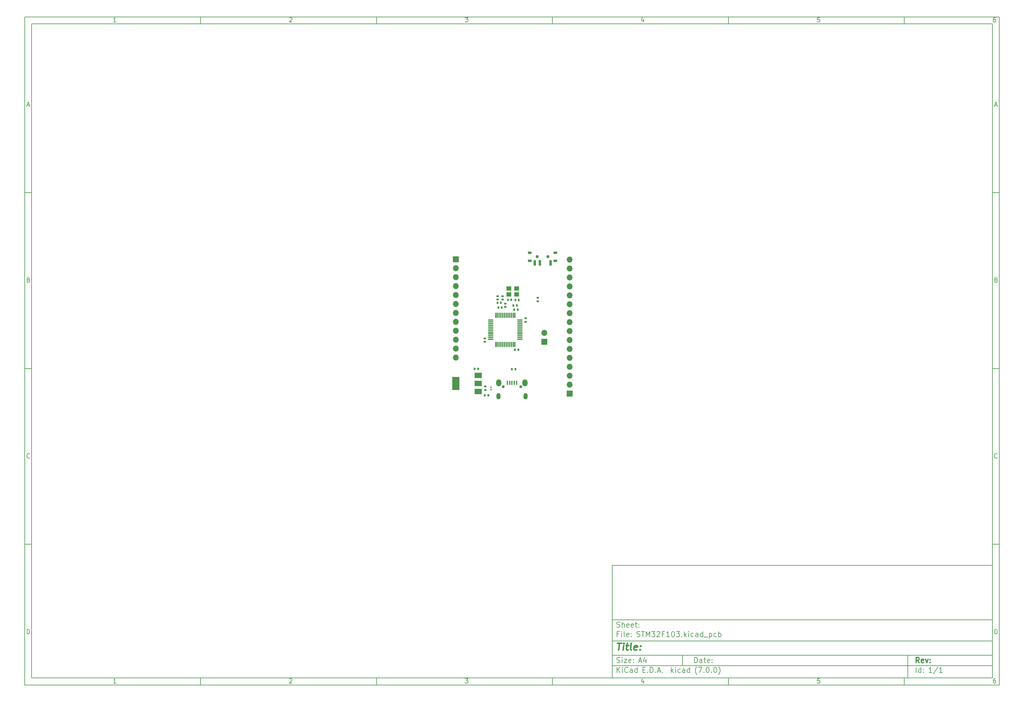
<source format=gbr>
%TF.GenerationSoftware,KiCad,Pcbnew,(7.0.0)*%
%TF.CreationDate,2023-03-08T00:24:43-05:00*%
%TF.ProjectId,STM32F103,53544d33-3246-4313-9033-2e6b69636164,rev?*%
%TF.SameCoordinates,Original*%
%TF.FileFunction,Soldermask,Top*%
%TF.FilePolarity,Negative*%
%FSLAX46Y46*%
G04 Gerber Fmt 4.6, Leading zero omitted, Abs format (unit mm)*
G04 Created by KiCad (PCBNEW (7.0.0)) date 2023-03-08 00:24:43*
%MOMM*%
%LPD*%
G01*
G04 APERTURE LIST*
G04 Aperture macros list*
%AMRoundRect*
0 Rectangle with rounded corners*
0 $1 Rounding radius*
0 $2 $3 $4 $5 $6 $7 $8 $9 X,Y pos of 4 corners*
0 Add a 4 corners polygon primitive as box body*
4,1,4,$2,$3,$4,$5,$6,$7,$8,$9,$2,$3,0*
0 Add four circle primitives for the rounded corners*
1,1,$1+$1,$2,$3*
1,1,$1+$1,$4,$5*
1,1,$1+$1,$6,$7*
1,1,$1+$1,$8,$9*
0 Add four rect primitives between the rounded corners*
20,1,$1+$1,$2,$3,$4,$5,0*
20,1,$1+$1,$4,$5,$6,$7,0*
20,1,$1+$1,$6,$7,$8,$9,0*
20,1,$1+$1,$8,$9,$2,$3,0*%
G04 Aperture macros list end*
%ADD10C,0.100000*%
%ADD11C,0.150000*%
%ADD12C,0.300000*%
%ADD13C,0.400000*%
%ADD14RoundRect,0.140000X0.140000X0.170000X-0.140000X0.170000X-0.140000X-0.170000X0.140000X-0.170000X0*%
%ADD15RoundRect,0.100000X0.100000X-0.130000X0.100000X0.130000X-0.100000X0.130000X-0.100000X-0.130000X0*%
%ADD16RoundRect,0.140000X-0.140000X-0.170000X0.140000X-0.170000X0.140000X0.170000X-0.140000X0.170000X0*%
%ADD17RoundRect,0.140000X-0.170000X0.140000X-0.170000X-0.140000X0.170000X-0.140000X0.170000X0.140000X0*%
%ADD18RoundRect,0.135000X-0.185000X0.135000X-0.185000X-0.135000X0.185000X-0.135000X0.185000X0.135000X0*%
%ADD19R,1.700000X1.700000*%
%ADD20O,1.700000X1.700000*%
%ADD21RoundRect,0.135000X0.135000X0.185000X-0.135000X0.185000X-0.135000X-0.185000X0.135000X-0.185000X0*%
%ADD22RoundRect,0.147500X-0.172500X0.147500X-0.172500X-0.147500X0.172500X-0.147500X0.172500X0.147500X0*%
%ADD23RoundRect,0.140000X0.170000X-0.140000X0.170000X0.140000X-0.170000X0.140000X-0.170000X-0.140000X0*%
%ADD24RoundRect,0.075000X-0.075000X0.662500X-0.075000X-0.662500X0.075000X-0.662500X0.075000X0.662500X0*%
%ADD25RoundRect,0.075000X-0.662500X0.075000X-0.662500X-0.075000X0.662500X-0.075000X0.662500X0.075000X0*%
%ADD26R,2.000000X1.500000*%
%ADD27R,2.000000X3.800000*%
%ADD28R,1.400000X1.200000*%
%ADD29R,1.000000X0.800000*%
%ADD30C,0.900000*%
%ADD31R,0.700000X1.500000*%
%ADD32O,0.800000X0.800000*%
%ADD33R,0.450000X1.300000*%
%ADD34O,1.150000X1.800000*%
%ADD35O,1.450000X2.000000*%
G04 APERTURE END LIST*
D10*
D11*
X177002200Y-166007200D02*
X285002200Y-166007200D01*
X285002200Y-198007200D01*
X177002200Y-198007200D01*
X177002200Y-166007200D01*
D10*
D11*
X10000000Y-10000000D02*
X287002200Y-10000000D01*
X287002200Y-200007200D01*
X10000000Y-200007200D01*
X10000000Y-10000000D01*
D10*
D11*
X12000000Y-12000000D02*
X285002200Y-12000000D01*
X285002200Y-198007200D01*
X12000000Y-198007200D01*
X12000000Y-12000000D01*
D10*
D11*
X60000000Y-12000000D02*
X60000000Y-10000000D01*
D10*
D11*
X110000000Y-12000000D02*
X110000000Y-10000000D01*
D10*
D11*
X160000000Y-12000000D02*
X160000000Y-10000000D01*
D10*
D11*
X210000000Y-12000000D02*
X210000000Y-10000000D01*
D10*
D11*
X260000000Y-12000000D02*
X260000000Y-10000000D01*
D10*
D11*
X35990476Y-11477595D02*
X35247619Y-11477595D01*
X35619047Y-11477595D02*
X35619047Y-10177595D01*
X35619047Y-10177595D02*
X35495238Y-10363309D01*
X35495238Y-10363309D02*
X35371428Y-10487119D01*
X35371428Y-10487119D02*
X35247619Y-10549023D01*
D10*
D11*
X85247619Y-10301404D02*
X85309523Y-10239500D01*
X85309523Y-10239500D02*
X85433333Y-10177595D01*
X85433333Y-10177595D02*
X85742857Y-10177595D01*
X85742857Y-10177595D02*
X85866666Y-10239500D01*
X85866666Y-10239500D02*
X85928571Y-10301404D01*
X85928571Y-10301404D02*
X85990476Y-10425214D01*
X85990476Y-10425214D02*
X85990476Y-10549023D01*
X85990476Y-10549023D02*
X85928571Y-10734738D01*
X85928571Y-10734738D02*
X85185714Y-11477595D01*
X85185714Y-11477595D02*
X85990476Y-11477595D01*
D10*
D11*
X135185714Y-10177595D02*
X135990476Y-10177595D01*
X135990476Y-10177595D02*
X135557142Y-10672833D01*
X135557142Y-10672833D02*
X135742857Y-10672833D01*
X135742857Y-10672833D02*
X135866666Y-10734738D01*
X135866666Y-10734738D02*
X135928571Y-10796642D01*
X135928571Y-10796642D02*
X135990476Y-10920452D01*
X135990476Y-10920452D02*
X135990476Y-11229976D01*
X135990476Y-11229976D02*
X135928571Y-11353785D01*
X135928571Y-11353785D02*
X135866666Y-11415690D01*
X135866666Y-11415690D02*
X135742857Y-11477595D01*
X135742857Y-11477595D02*
X135371428Y-11477595D01*
X135371428Y-11477595D02*
X135247619Y-11415690D01*
X135247619Y-11415690D02*
X135185714Y-11353785D01*
D10*
D11*
X185866666Y-10610928D02*
X185866666Y-11477595D01*
X185557142Y-10115690D02*
X185247619Y-11044261D01*
X185247619Y-11044261D02*
X186052380Y-11044261D01*
D10*
D11*
X235928571Y-10177595D02*
X235309523Y-10177595D01*
X235309523Y-10177595D02*
X235247619Y-10796642D01*
X235247619Y-10796642D02*
X235309523Y-10734738D01*
X235309523Y-10734738D02*
X235433333Y-10672833D01*
X235433333Y-10672833D02*
X235742857Y-10672833D01*
X235742857Y-10672833D02*
X235866666Y-10734738D01*
X235866666Y-10734738D02*
X235928571Y-10796642D01*
X235928571Y-10796642D02*
X235990476Y-10920452D01*
X235990476Y-10920452D02*
X235990476Y-11229976D01*
X235990476Y-11229976D02*
X235928571Y-11353785D01*
X235928571Y-11353785D02*
X235866666Y-11415690D01*
X235866666Y-11415690D02*
X235742857Y-11477595D01*
X235742857Y-11477595D02*
X235433333Y-11477595D01*
X235433333Y-11477595D02*
X235309523Y-11415690D01*
X235309523Y-11415690D02*
X235247619Y-11353785D01*
D10*
D11*
X285866666Y-10177595D02*
X285619047Y-10177595D01*
X285619047Y-10177595D02*
X285495238Y-10239500D01*
X285495238Y-10239500D02*
X285433333Y-10301404D01*
X285433333Y-10301404D02*
X285309523Y-10487119D01*
X285309523Y-10487119D02*
X285247619Y-10734738D01*
X285247619Y-10734738D02*
X285247619Y-11229976D01*
X285247619Y-11229976D02*
X285309523Y-11353785D01*
X285309523Y-11353785D02*
X285371428Y-11415690D01*
X285371428Y-11415690D02*
X285495238Y-11477595D01*
X285495238Y-11477595D02*
X285742857Y-11477595D01*
X285742857Y-11477595D02*
X285866666Y-11415690D01*
X285866666Y-11415690D02*
X285928571Y-11353785D01*
X285928571Y-11353785D02*
X285990476Y-11229976D01*
X285990476Y-11229976D02*
X285990476Y-10920452D01*
X285990476Y-10920452D02*
X285928571Y-10796642D01*
X285928571Y-10796642D02*
X285866666Y-10734738D01*
X285866666Y-10734738D02*
X285742857Y-10672833D01*
X285742857Y-10672833D02*
X285495238Y-10672833D01*
X285495238Y-10672833D02*
X285371428Y-10734738D01*
X285371428Y-10734738D02*
X285309523Y-10796642D01*
X285309523Y-10796642D02*
X285247619Y-10920452D01*
D10*
D11*
X60000000Y-198007200D02*
X60000000Y-200007200D01*
D10*
D11*
X110000000Y-198007200D02*
X110000000Y-200007200D01*
D10*
D11*
X160000000Y-198007200D02*
X160000000Y-200007200D01*
D10*
D11*
X210000000Y-198007200D02*
X210000000Y-200007200D01*
D10*
D11*
X260000000Y-198007200D02*
X260000000Y-200007200D01*
D10*
D11*
X35990476Y-199484795D02*
X35247619Y-199484795D01*
X35619047Y-199484795D02*
X35619047Y-198184795D01*
X35619047Y-198184795D02*
X35495238Y-198370509D01*
X35495238Y-198370509D02*
X35371428Y-198494319D01*
X35371428Y-198494319D02*
X35247619Y-198556223D01*
D10*
D11*
X85247619Y-198308604D02*
X85309523Y-198246700D01*
X85309523Y-198246700D02*
X85433333Y-198184795D01*
X85433333Y-198184795D02*
X85742857Y-198184795D01*
X85742857Y-198184795D02*
X85866666Y-198246700D01*
X85866666Y-198246700D02*
X85928571Y-198308604D01*
X85928571Y-198308604D02*
X85990476Y-198432414D01*
X85990476Y-198432414D02*
X85990476Y-198556223D01*
X85990476Y-198556223D02*
X85928571Y-198741938D01*
X85928571Y-198741938D02*
X85185714Y-199484795D01*
X85185714Y-199484795D02*
X85990476Y-199484795D01*
D10*
D11*
X135185714Y-198184795D02*
X135990476Y-198184795D01*
X135990476Y-198184795D02*
X135557142Y-198680033D01*
X135557142Y-198680033D02*
X135742857Y-198680033D01*
X135742857Y-198680033D02*
X135866666Y-198741938D01*
X135866666Y-198741938D02*
X135928571Y-198803842D01*
X135928571Y-198803842D02*
X135990476Y-198927652D01*
X135990476Y-198927652D02*
X135990476Y-199237176D01*
X135990476Y-199237176D02*
X135928571Y-199360985D01*
X135928571Y-199360985D02*
X135866666Y-199422890D01*
X135866666Y-199422890D02*
X135742857Y-199484795D01*
X135742857Y-199484795D02*
X135371428Y-199484795D01*
X135371428Y-199484795D02*
X135247619Y-199422890D01*
X135247619Y-199422890D02*
X135185714Y-199360985D01*
D10*
D11*
X185866666Y-198618128D02*
X185866666Y-199484795D01*
X185557142Y-198122890D02*
X185247619Y-199051461D01*
X185247619Y-199051461D02*
X186052380Y-199051461D01*
D10*
D11*
X235928571Y-198184795D02*
X235309523Y-198184795D01*
X235309523Y-198184795D02*
X235247619Y-198803842D01*
X235247619Y-198803842D02*
X235309523Y-198741938D01*
X235309523Y-198741938D02*
X235433333Y-198680033D01*
X235433333Y-198680033D02*
X235742857Y-198680033D01*
X235742857Y-198680033D02*
X235866666Y-198741938D01*
X235866666Y-198741938D02*
X235928571Y-198803842D01*
X235928571Y-198803842D02*
X235990476Y-198927652D01*
X235990476Y-198927652D02*
X235990476Y-199237176D01*
X235990476Y-199237176D02*
X235928571Y-199360985D01*
X235928571Y-199360985D02*
X235866666Y-199422890D01*
X235866666Y-199422890D02*
X235742857Y-199484795D01*
X235742857Y-199484795D02*
X235433333Y-199484795D01*
X235433333Y-199484795D02*
X235309523Y-199422890D01*
X235309523Y-199422890D02*
X235247619Y-199360985D01*
D10*
D11*
X285866666Y-198184795D02*
X285619047Y-198184795D01*
X285619047Y-198184795D02*
X285495238Y-198246700D01*
X285495238Y-198246700D02*
X285433333Y-198308604D01*
X285433333Y-198308604D02*
X285309523Y-198494319D01*
X285309523Y-198494319D02*
X285247619Y-198741938D01*
X285247619Y-198741938D02*
X285247619Y-199237176D01*
X285247619Y-199237176D02*
X285309523Y-199360985D01*
X285309523Y-199360985D02*
X285371428Y-199422890D01*
X285371428Y-199422890D02*
X285495238Y-199484795D01*
X285495238Y-199484795D02*
X285742857Y-199484795D01*
X285742857Y-199484795D02*
X285866666Y-199422890D01*
X285866666Y-199422890D02*
X285928571Y-199360985D01*
X285928571Y-199360985D02*
X285990476Y-199237176D01*
X285990476Y-199237176D02*
X285990476Y-198927652D01*
X285990476Y-198927652D02*
X285928571Y-198803842D01*
X285928571Y-198803842D02*
X285866666Y-198741938D01*
X285866666Y-198741938D02*
X285742857Y-198680033D01*
X285742857Y-198680033D02*
X285495238Y-198680033D01*
X285495238Y-198680033D02*
X285371428Y-198741938D01*
X285371428Y-198741938D02*
X285309523Y-198803842D01*
X285309523Y-198803842D02*
X285247619Y-198927652D01*
D10*
D11*
X10000000Y-60000000D02*
X12000000Y-60000000D01*
D10*
D11*
X10000000Y-110000000D02*
X12000000Y-110000000D01*
D10*
D11*
X10000000Y-160000000D02*
X12000000Y-160000000D01*
D10*
D11*
X10690476Y-35106166D02*
X11309523Y-35106166D01*
X10566666Y-35477595D02*
X10999999Y-34177595D01*
X10999999Y-34177595D02*
X11433333Y-35477595D01*
D10*
D11*
X11092857Y-84796642D02*
X11278571Y-84858547D01*
X11278571Y-84858547D02*
X11340476Y-84920452D01*
X11340476Y-84920452D02*
X11402380Y-85044261D01*
X11402380Y-85044261D02*
X11402380Y-85229976D01*
X11402380Y-85229976D02*
X11340476Y-85353785D01*
X11340476Y-85353785D02*
X11278571Y-85415690D01*
X11278571Y-85415690D02*
X11154761Y-85477595D01*
X11154761Y-85477595D02*
X10659523Y-85477595D01*
X10659523Y-85477595D02*
X10659523Y-84177595D01*
X10659523Y-84177595D02*
X11092857Y-84177595D01*
X11092857Y-84177595D02*
X11216666Y-84239500D01*
X11216666Y-84239500D02*
X11278571Y-84301404D01*
X11278571Y-84301404D02*
X11340476Y-84425214D01*
X11340476Y-84425214D02*
X11340476Y-84549023D01*
X11340476Y-84549023D02*
X11278571Y-84672833D01*
X11278571Y-84672833D02*
X11216666Y-84734738D01*
X11216666Y-84734738D02*
X11092857Y-84796642D01*
X11092857Y-84796642D02*
X10659523Y-84796642D01*
D10*
D11*
X11402380Y-135353785D02*
X11340476Y-135415690D01*
X11340476Y-135415690D02*
X11154761Y-135477595D01*
X11154761Y-135477595D02*
X11030952Y-135477595D01*
X11030952Y-135477595D02*
X10845238Y-135415690D01*
X10845238Y-135415690D02*
X10721428Y-135291880D01*
X10721428Y-135291880D02*
X10659523Y-135168071D01*
X10659523Y-135168071D02*
X10597619Y-134920452D01*
X10597619Y-134920452D02*
X10597619Y-134734738D01*
X10597619Y-134734738D02*
X10659523Y-134487119D01*
X10659523Y-134487119D02*
X10721428Y-134363309D01*
X10721428Y-134363309D02*
X10845238Y-134239500D01*
X10845238Y-134239500D02*
X11030952Y-134177595D01*
X11030952Y-134177595D02*
X11154761Y-134177595D01*
X11154761Y-134177595D02*
X11340476Y-134239500D01*
X11340476Y-134239500D02*
X11402380Y-134301404D01*
D10*
D11*
X10659523Y-185477595D02*
X10659523Y-184177595D01*
X10659523Y-184177595D02*
X10969047Y-184177595D01*
X10969047Y-184177595D02*
X11154761Y-184239500D01*
X11154761Y-184239500D02*
X11278571Y-184363309D01*
X11278571Y-184363309D02*
X11340476Y-184487119D01*
X11340476Y-184487119D02*
X11402380Y-184734738D01*
X11402380Y-184734738D02*
X11402380Y-184920452D01*
X11402380Y-184920452D02*
X11340476Y-185168071D01*
X11340476Y-185168071D02*
X11278571Y-185291880D01*
X11278571Y-185291880D02*
X11154761Y-185415690D01*
X11154761Y-185415690D02*
X10969047Y-185477595D01*
X10969047Y-185477595D02*
X10659523Y-185477595D01*
D10*
D11*
X287002200Y-60000000D02*
X285002200Y-60000000D01*
D10*
D11*
X287002200Y-110000000D02*
X285002200Y-110000000D01*
D10*
D11*
X287002200Y-160000000D02*
X285002200Y-160000000D01*
D10*
D11*
X285692676Y-35106166D02*
X286311723Y-35106166D01*
X285568866Y-35477595D02*
X286002199Y-34177595D01*
X286002199Y-34177595D02*
X286435533Y-35477595D01*
D10*
D11*
X286095057Y-84796642D02*
X286280771Y-84858547D01*
X286280771Y-84858547D02*
X286342676Y-84920452D01*
X286342676Y-84920452D02*
X286404580Y-85044261D01*
X286404580Y-85044261D02*
X286404580Y-85229976D01*
X286404580Y-85229976D02*
X286342676Y-85353785D01*
X286342676Y-85353785D02*
X286280771Y-85415690D01*
X286280771Y-85415690D02*
X286156961Y-85477595D01*
X286156961Y-85477595D02*
X285661723Y-85477595D01*
X285661723Y-85477595D02*
X285661723Y-84177595D01*
X285661723Y-84177595D02*
X286095057Y-84177595D01*
X286095057Y-84177595D02*
X286218866Y-84239500D01*
X286218866Y-84239500D02*
X286280771Y-84301404D01*
X286280771Y-84301404D02*
X286342676Y-84425214D01*
X286342676Y-84425214D02*
X286342676Y-84549023D01*
X286342676Y-84549023D02*
X286280771Y-84672833D01*
X286280771Y-84672833D02*
X286218866Y-84734738D01*
X286218866Y-84734738D02*
X286095057Y-84796642D01*
X286095057Y-84796642D02*
X285661723Y-84796642D01*
D10*
D11*
X286404580Y-135353785D02*
X286342676Y-135415690D01*
X286342676Y-135415690D02*
X286156961Y-135477595D01*
X286156961Y-135477595D02*
X286033152Y-135477595D01*
X286033152Y-135477595D02*
X285847438Y-135415690D01*
X285847438Y-135415690D02*
X285723628Y-135291880D01*
X285723628Y-135291880D02*
X285661723Y-135168071D01*
X285661723Y-135168071D02*
X285599819Y-134920452D01*
X285599819Y-134920452D02*
X285599819Y-134734738D01*
X285599819Y-134734738D02*
X285661723Y-134487119D01*
X285661723Y-134487119D02*
X285723628Y-134363309D01*
X285723628Y-134363309D02*
X285847438Y-134239500D01*
X285847438Y-134239500D02*
X286033152Y-134177595D01*
X286033152Y-134177595D02*
X286156961Y-134177595D01*
X286156961Y-134177595D02*
X286342676Y-134239500D01*
X286342676Y-134239500D02*
X286404580Y-134301404D01*
D10*
D11*
X285661723Y-185477595D02*
X285661723Y-184177595D01*
X285661723Y-184177595D02*
X285971247Y-184177595D01*
X285971247Y-184177595D02*
X286156961Y-184239500D01*
X286156961Y-184239500D02*
X286280771Y-184363309D01*
X286280771Y-184363309D02*
X286342676Y-184487119D01*
X286342676Y-184487119D02*
X286404580Y-184734738D01*
X286404580Y-184734738D02*
X286404580Y-184920452D01*
X286404580Y-184920452D02*
X286342676Y-185168071D01*
X286342676Y-185168071D02*
X286280771Y-185291880D01*
X286280771Y-185291880D02*
X286156961Y-185415690D01*
X286156961Y-185415690D02*
X285971247Y-185477595D01*
X285971247Y-185477595D02*
X285661723Y-185477595D01*
D10*
D11*
X200359342Y-193658271D02*
X200359342Y-192158271D01*
X200359342Y-192158271D02*
X200716485Y-192158271D01*
X200716485Y-192158271D02*
X200930771Y-192229700D01*
X200930771Y-192229700D02*
X201073628Y-192372557D01*
X201073628Y-192372557D02*
X201145057Y-192515414D01*
X201145057Y-192515414D02*
X201216485Y-192801128D01*
X201216485Y-192801128D02*
X201216485Y-193015414D01*
X201216485Y-193015414D02*
X201145057Y-193301128D01*
X201145057Y-193301128D02*
X201073628Y-193443985D01*
X201073628Y-193443985D02*
X200930771Y-193586842D01*
X200930771Y-193586842D02*
X200716485Y-193658271D01*
X200716485Y-193658271D02*
X200359342Y-193658271D01*
X202502200Y-193658271D02*
X202502200Y-192872557D01*
X202502200Y-192872557D02*
X202430771Y-192729700D01*
X202430771Y-192729700D02*
X202287914Y-192658271D01*
X202287914Y-192658271D02*
X202002200Y-192658271D01*
X202002200Y-192658271D02*
X201859342Y-192729700D01*
X202502200Y-193586842D02*
X202359342Y-193658271D01*
X202359342Y-193658271D02*
X202002200Y-193658271D01*
X202002200Y-193658271D02*
X201859342Y-193586842D01*
X201859342Y-193586842D02*
X201787914Y-193443985D01*
X201787914Y-193443985D02*
X201787914Y-193301128D01*
X201787914Y-193301128D02*
X201859342Y-193158271D01*
X201859342Y-193158271D02*
X202002200Y-193086842D01*
X202002200Y-193086842D02*
X202359342Y-193086842D01*
X202359342Y-193086842D02*
X202502200Y-193015414D01*
X203002200Y-192658271D02*
X203573628Y-192658271D01*
X203216485Y-192158271D02*
X203216485Y-193443985D01*
X203216485Y-193443985D02*
X203287914Y-193586842D01*
X203287914Y-193586842D02*
X203430771Y-193658271D01*
X203430771Y-193658271D02*
X203573628Y-193658271D01*
X204645057Y-193586842D02*
X204502200Y-193658271D01*
X204502200Y-193658271D02*
X204216486Y-193658271D01*
X204216486Y-193658271D02*
X204073628Y-193586842D01*
X204073628Y-193586842D02*
X204002200Y-193443985D01*
X204002200Y-193443985D02*
X204002200Y-192872557D01*
X204002200Y-192872557D02*
X204073628Y-192729700D01*
X204073628Y-192729700D02*
X204216486Y-192658271D01*
X204216486Y-192658271D02*
X204502200Y-192658271D01*
X204502200Y-192658271D02*
X204645057Y-192729700D01*
X204645057Y-192729700D02*
X204716486Y-192872557D01*
X204716486Y-192872557D02*
X204716486Y-193015414D01*
X204716486Y-193015414D02*
X204002200Y-193158271D01*
X205359342Y-193515414D02*
X205430771Y-193586842D01*
X205430771Y-193586842D02*
X205359342Y-193658271D01*
X205359342Y-193658271D02*
X205287914Y-193586842D01*
X205287914Y-193586842D02*
X205359342Y-193515414D01*
X205359342Y-193515414D02*
X205359342Y-193658271D01*
X205359342Y-192729700D02*
X205430771Y-192801128D01*
X205430771Y-192801128D02*
X205359342Y-192872557D01*
X205359342Y-192872557D02*
X205287914Y-192801128D01*
X205287914Y-192801128D02*
X205359342Y-192729700D01*
X205359342Y-192729700D02*
X205359342Y-192872557D01*
D10*
D11*
X177002200Y-194507200D02*
X285002200Y-194507200D01*
D10*
D11*
X178359342Y-196458271D02*
X178359342Y-194958271D01*
X179216485Y-196458271D02*
X178573628Y-195601128D01*
X179216485Y-194958271D02*
X178359342Y-195815414D01*
X179859342Y-196458271D02*
X179859342Y-195458271D01*
X179859342Y-194958271D02*
X179787914Y-195029700D01*
X179787914Y-195029700D02*
X179859342Y-195101128D01*
X179859342Y-195101128D02*
X179930771Y-195029700D01*
X179930771Y-195029700D02*
X179859342Y-194958271D01*
X179859342Y-194958271D02*
X179859342Y-195101128D01*
X181430771Y-196315414D02*
X181359343Y-196386842D01*
X181359343Y-196386842D02*
X181145057Y-196458271D01*
X181145057Y-196458271D02*
X181002200Y-196458271D01*
X181002200Y-196458271D02*
X180787914Y-196386842D01*
X180787914Y-196386842D02*
X180645057Y-196243985D01*
X180645057Y-196243985D02*
X180573628Y-196101128D01*
X180573628Y-196101128D02*
X180502200Y-195815414D01*
X180502200Y-195815414D02*
X180502200Y-195601128D01*
X180502200Y-195601128D02*
X180573628Y-195315414D01*
X180573628Y-195315414D02*
X180645057Y-195172557D01*
X180645057Y-195172557D02*
X180787914Y-195029700D01*
X180787914Y-195029700D02*
X181002200Y-194958271D01*
X181002200Y-194958271D02*
X181145057Y-194958271D01*
X181145057Y-194958271D02*
X181359343Y-195029700D01*
X181359343Y-195029700D02*
X181430771Y-195101128D01*
X182716486Y-196458271D02*
X182716486Y-195672557D01*
X182716486Y-195672557D02*
X182645057Y-195529700D01*
X182645057Y-195529700D02*
X182502200Y-195458271D01*
X182502200Y-195458271D02*
X182216486Y-195458271D01*
X182216486Y-195458271D02*
X182073628Y-195529700D01*
X182716486Y-196386842D02*
X182573628Y-196458271D01*
X182573628Y-196458271D02*
X182216486Y-196458271D01*
X182216486Y-196458271D02*
X182073628Y-196386842D01*
X182073628Y-196386842D02*
X182002200Y-196243985D01*
X182002200Y-196243985D02*
X182002200Y-196101128D01*
X182002200Y-196101128D02*
X182073628Y-195958271D01*
X182073628Y-195958271D02*
X182216486Y-195886842D01*
X182216486Y-195886842D02*
X182573628Y-195886842D01*
X182573628Y-195886842D02*
X182716486Y-195815414D01*
X184073629Y-196458271D02*
X184073629Y-194958271D01*
X184073629Y-196386842D02*
X183930771Y-196458271D01*
X183930771Y-196458271D02*
X183645057Y-196458271D01*
X183645057Y-196458271D02*
X183502200Y-196386842D01*
X183502200Y-196386842D02*
X183430771Y-196315414D01*
X183430771Y-196315414D02*
X183359343Y-196172557D01*
X183359343Y-196172557D02*
X183359343Y-195743985D01*
X183359343Y-195743985D02*
X183430771Y-195601128D01*
X183430771Y-195601128D02*
X183502200Y-195529700D01*
X183502200Y-195529700D02*
X183645057Y-195458271D01*
X183645057Y-195458271D02*
X183930771Y-195458271D01*
X183930771Y-195458271D02*
X184073629Y-195529700D01*
X185687914Y-195672557D02*
X186187914Y-195672557D01*
X186402200Y-196458271D02*
X185687914Y-196458271D01*
X185687914Y-196458271D02*
X185687914Y-194958271D01*
X185687914Y-194958271D02*
X186402200Y-194958271D01*
X187045057Y-196315414D02*
X187116486Y-196386842D01*
X187116486Y-196386842D02*
X187045057Y-196458271D01*
X187045057Y-196458271D02*
X186973629Y-196386842D01*
X186973629Y-196386842D02*
X187045057Y-196315414D01*
X187045057Y-196315414D02*
X187045057Y-196458271D01*
X187759343Y-196458271D02*
X187759343Y-194958271D01*
X187759343Y-194958271D02*
X188116486Y-194958271D01*
X188116486Y-194958271D02*
X188330772Y-195029700D01*
X188330772Y-195029700D02*
X188473629Y-195172557D01*
X188473629Y-195172557D02*
X188545058Y-195315414D01*
X188545058Y-195315414D02*
X188616486Y-195601128D01*
X188616486Y-195601128D02*
X188616486Y-195815414D01*
X188616486Y-195815414D02*
X188545058Y-196101128D01*
X188545058Y-196101128D02*
X188473629Y-196243985D01*
X188473629Y-196243985D02*
X188330772Y-196386842D01*
X188330772Y-196386842D02*
X188116486Y-196458271D01*
X188116486Y-196458271D02*
X187759343Y-196458271D01*
X189259343Y-196315414D02*
X189330772Y-196386842D01*
X189330772Y-196386842D02*
X189259343Y-196458271D01*
X189259343Y-196458271D02*
X189187915Y-196386842D01*
X189187915Y-196386842D02*
X189259343Y-196315414D01*
X189259343Y-196315414D02*
X189259343Y-196458271D01*
X189902201Y-196029700D02*
X190616487Y-196029700D01*
X189759344Y-196458271D02*
X190259344Y-194958271D01*
X190259344Y-194958271D02*
X190759344Y-196458271D01*
X191259343Y-196315414D02*
X191330772Y-196386842D01*
X191330772Y-196386842D02*
X191259343Y-196458271D01*
X191259343Y-196458271D02*
X191187915Y-196386842D01*
X191187915Y-196386842D02*
X191259343Y-196315414D01*
X191259343Y-196315414D02*
X191259343Y-196458271D01*
X193773629Y-196458271D02*
X193773629Y-194958271D01*
X193916487Y-195886842D02*
X194345058Y-196458271D01*
X194345058Y-195458271D02*
X193773629Y-196029700D01*
X194987915Y-196458271D02*
X194987915Y-195458271D01*
X194987915Y-194958271D02*
X194916487Y-195029700D01*
X194916487Y-195029700D02*
X194987915Y-195101128D01*
X194987915Y-195101128D02*
X195059344Y-195029700D01*
X195059344Y-195029700D02*
X194987915Y-194958271D01*
X194987915Y-194958271D02*
X194987915Y-195101128D01*
X196345059Y-196386842D02*
X196202201Y-196458271D01*
X196202201Y-196458271D02*
X195916487Y-196458271D01*
X195916487Y-196458271D02*
X195773630Y-196386842D01*
X195773630Y-196386842D02*
X195702201Y-196315414D01*
X195702201Y-196315414D02*
X195630773Y-196172557D01*
X195630773Y-196172557D02*
X195630773Y-195743985D01*
X195630773Y-195743985D02*
X195702201Y-195601128D01*
X195702201Y-195601128D02*
X195773630Y-195529700D01*
X195773630Y-195529700D02*
X195916487Y-195458271D01*
X195916487Y-195458271D02*
X196202201Y-195458271D01*
X196202201Y-195458271D02*
X196345059Y-195529700D01*
X197630773Y-196458271D02*
X197630773Y-195672557D01*
X197630773Y-195672557D02*
X197559344Y-195529700D01*
X197559344Y-195529700D02*
X197416487Y-195458271D01*
X197416487Y-195458271D02*
X197130773Y-195458271D01*
X197130773Y-195458271D02*
X196987915Y-195529700D01*
X197630773Y-196386842D02*
X197487915Y-196458271D01*
X197487915Y-196458271D02*
X197130773Y-196458271D01*
X197130773Y-196458271D02*
X196987915Y-196386842D01*
X196987915Y-196386842D02*
X196916487Y-196243985D01*
X196916487Y-196243985D02*
X196916487Y-196101128D01*
X196916487Y-196101128D02*
X196987915Y-195958271D01*
X196987915Y-195958271D02*
X197130773Y-195886842D01*
X197130773Y-195886842D02*
X197487915Y-195886842D01*
X197487915Y-195886842D02*
X197630773Y-195815414D01*
X198987916Y-196458271D02*
X198987916Y-194958271D01*
X198987916Y-196386842D02*
X198845058Y-196458271D01*
X198845058Y-196458271D02*
X198559344Y-196458271D01*
X198559344Y-196458271D02*
X198416487Y-196386842D01*
X198416487Y-196386842D02*
X198345058Y-196315414D01*
X198345058Y-196315414D02*
X198273630Y-196172557D01*
X198273630Y-196172557D02*
X198273630Y-195743985D01*
X198273630Y-195743985D02*
X198345058Y-195601128D01*
X198345058Y-195601128D02*
X198416487Y-195529700D01*
X198416487Y-195529700D02*
X198559344Y-195458271D01*
X198559344Y-195458271D02*
X198845058Y-195458271D01*
X198845058Y-195458271D02*
X198987916Y-195529700D01*
X201030773Y-197029700D02*
X200959344Y-196958271D01*
X200959344Y-196958271D02*
X200816487Y-196743985D01*
X200816487Y-196743985D02*
X200745059Y-196601128D01*
X200745059Y-196601128D02*
X200673630Y-196386842D01*
X200673630Y-196386842D02*
X200602201Y-196029700D01*
X200602201Y-196029700D02*
X200602201Y-195743985D01*
X200602201Y-195743985D02*
X200673630Y-195386842D01*
X200673630Y-195386842D02*
X200745059Y-195172557D01*
X200745059Y-195172557D02*
X200816487Y-195029700D01*
X200816487Y-195029700D02*
X200959344Y-194815414D01*
X200959344Y-194815414D02*
X201030773Y-194743985D01*
X201459344Y-194958271D02*
X202459344Y-194958271D01*
X202459344Y-194958271D02*
X201816487Y-196458271D01*
X203030772Y-196315414D02*
X203102201Y-196386842D01*
X203102201Y-196386842D02*
X203030772Y-196458271D01*
X203030772Y-196458271D02*
X202959344Y-196386842D01*
X202959344Y-196386842D02*
X203030772Y-196315414D01*
X203030772Y-196315414D02*
X203030772Y-196458271D01*
X204030773Y-194958271D02*
X204173630Y-194958271D01*
X204173630Y-194958271D02*
X204316487Y-195029700D01*
X204316487Y-195029700D02*
X204387916Y-195101128D01*
X204387916Y-195101128D02*
X204459344Y-195243985D01*
X204459344Y-195243985D02*
X204530773Y-195529700D01*
X204530773Y-195529700D02*
X204530773Y-195886842D01*
X204530773Y-195886842D02*
X204459344Y-196172557D01*
X204459344Y-196172557D02*
X204387916Y-196315414D01*
X204387916Y-196315414D02*
X204316487Y-196386842D01*
X204316487Y-196386842D02*
X204173630Y-196458271D01*
X204173630Y-196458271D02*
X204030773Y-196458271D01*
X204030773Y-196458271D02*
X203887916Y-196386842D01*
X203887916Y-196386842D02*
X203816487Y-196315414D01*
X203816487Y-196315414D02*
X203745058Y-196172557D01*
X203745058Y-196172557D02*
X203673630Y-195886842D01*
X203673630Y-195886842D02*
X203673630Y-195529700D01*
X203673630Y-195529700D02*
X203745058Y-195243985D01*
X203745058Y-195243985D02*
X203816487Y-195101128D01*
X203816487Y-195101128D02*
X203887916Y-195029700D01*
X203887916Y-195029700D02*
X204030773Y-194958271D01*
X205173629Y-196315414D02*
X205245058Y-196386842D01*
X205245058Y-196386842D02*
X205173629Y-196458271D01*
X205173629Y-196458271D02*
X205102201Y-196386842D01*
X205102201Y-196386842D02*
X205173629Y-196315414D01*
X205173629Y-196315414D02*
X205173629Y-196458271D01*
X206173630Y-194958271D02*
X206316487Y-194958271D01*
X206316487Y-194958271D02*
X206459344Y-195029700D01*
X206459344Y-195029700D02*
X206530773Y-195101128D01*
X206530773Y-195101128D02*
X206602201Y-195243985D01*
X206602201Y-195243985D02*
X206673630Y-195529700D01*
X206673630Y-195529700D02*
X206673630Y-195886842D01*
X206673630Y-195886842D02*
X206602201Y-196172557D01*
X206602201Y-196172557D02*
X206530773Y-196315414D01*
X206530773Y-196315414D02*
X206459344Y-196386842D01*
X206459344Y-196386842D02*
X206316487Y-196458271D01*
X206316487Y-196458271D02*
X206173630Y-196458271D01*
X206173630Y-196458271D02*
X206030773Y-196386842D01*
X206030773Y-196386842D02*
X205959344Y-196315414D01*
X205959344Y-196315414D02*
X205887915Y-196172557D01*
X205887915Y-196172557D02*
X205816487Y-195886842D01*
X205816487Y-195886842D02*
X205816487Y-195529700D01*
X205816487Y-195529700D02*
X205887915Y-195243985D01*
X205887915Y-195243985D02*
X205959344Y-195101128D01*
X205959344Y-195101128D02*
X206030773Y-195029700D01*
X206030773Y-195029700D02*
X206173630Y-194958271D01*
X207173629Y-197029700D02*
X207245058Y-196958271D01*
X207245058Y-196958271D02*
X207387915Y-196743985D01*
X207387915Y-196743985D02*
X207459344Y-196601128D01*
X207459344Y-196601128D02*
X207530772Y-196386842D01*
X207530772Y-196386842D02*
X207602201Y-196029700D01*
X207602201Y-196029700D02*
X207602201Y-195743985D01*
X207602201Y-195743985D02*
X207530772Y-195386842D01*
X207530772Y-195386842D02*
X207459344Y-195172557D01*
X207459344Y-195172557D02*
X207387915Y-195029700D01*
X207387915Y-195029700D02*
X207245058Y-194815414D01*
X207245058Y-194815414D02*
X207173629Y-194743985D01*
D10*
D11*
X177002200Y-191507200D02*
X285002200Y-191507200D01*
D10*
D12*
X264216485Y-193658271D02*
X263716485Y-192943985D01*
X263359342Y-193658271D02*
X263359342Y-192158271D01*
X263359342Y-192158271D02*
X263930771Y-192158271D01*
X263930771Y-192158271D02*
X264073628Y-192229700D01*
X264073628Y-192229700D02*
X264145057Y-192301128D01*
X264145057Y-192301128D02*
X264216485Y-192443985D01*
X264216485Y-192443985D02*
X264216485Y-192658271D01*
X264216485Y-192658271D02*
X264145057Y-192801128D01*
X264145057Y-192801128D02*
X264073628Y-192872557D01*
X264073628Y-192872557D02*
X263930771Y-192943985D01*
X263930771Y-192943985D02*
X263359342Y-192943985D01*
X265430771Y-193586842D02*
X265287914Y-193658271D01*
X265287914Y-193658271D02*
X265002200Y-193658271D01*
X265002200Y-193658271D02*
X264859342Y-193586842D01*
X264859342Y-193586842D02*
X264787914Y-193443985D01*
X264787914Y-193443985D02*
X264787914Y-192872557D01*
X264787914Y-192872557D02*
X264859342Y-192729700D01*
X264859342Y-192729700D02*
X265002200Y-192658271D01*
X265002200Y-192658271D02*
X265287914Y-192658271D01*
X265287914Y-192658271D02*
X265430771Y-192729700D01*
X265430771Y-192729700D02*
X265502200Y-192872557D01*
X265502200Y-192872557D02*
X265502200Y-193015414D01*
X265502200Y-193015414D02*
X264787914Y-193158271D01*
X266002199Y-192658271D02*
X266359342Y-193658271D01*
X266359342Y-193658271D02*
X266716485Y-192658271D01*
X267287913Y-193515414D02*
X267359342Y-193586842D01*
X267359342Y-193586842D02*
X267287913Y-193658271D01*
X267287913Y-193658271D02*
X267216485Y-193586842D01*
X267216485Y-193586842D02*
X267287913Y-193515414D01*
X267287913Y-193515414D02*
X267287913Y-193658271D01*
X267287913Y-192729700D02*
X267359342Y-192801128D01*
X267359342Y-192801128D02*
X267287913Y-192872557D01*
X267287913Y-192872557D02*
X267216485Y-192801128D01*
X267216485Y-192801128D02*
X267287913Y-192729700D01*
X267287913Y-192729700D02*
X267287913Y-192872557D01*
D10*
D11*
X178287914Y-193586842D02*
X178502200Y-193658271D01*
X178502200Y-193658271D02*
X178859342Y-193658271D01*
X178859342Y-193658271D02*
X179002200Y-193586842D01*
X179002200Y-193586842D02*
X179073628Y-193515414D01*
X179073628Y-193515414D02*
X179145057Y-193372557D01*
X179145057Y-193372557D02*
X179145057Y-193229700D01*
X179145057Y-193229700D02*
X179073628Y-193086842D01*
X179073628Y-193086842D02*
X179002200Y-193015414D01*
X179002200Y-193015414D02*
X178859342Y-192943985D01*
X178859342Y-192943985D02*
X178573628Y-192872557D01*
X178573628Y-192872557D02*
X178430771Y-192801128D01*
X178430771Y-192801128D02*
X178359342Y-192729700D01*
X178359342Y-192729700D02*
X178287914Y-192586842D01*
X178287914Y-192586842D02*
X178287914Y-192443985D01*
X178287914Y-192443985D02*
X178359342Y-192301128D01*
X178359342Y-192301128D02*
X178430771Y-192229700D01*
X178430771Y-192229700D02*
X178573628Y-192158271D01*
X178573628Y-192158271D02*
X178930771Y-192158271D01*
X178930771Y-192158271D02*
X179145057Y-192229700D01*
X179787913Y-193658271D02*
X179787913Y-192658271D01*
X179787913Y-192158271D02*
X179716485Y-192229700D01*
X179716485Y-192229700D02*
X179787913Y-192301128D01*
X179787913Y-192301128D02*
X179859342Y-192229700D01*
X179859342Y-192229700D02*
X179787913Y-192158271D01*
X179787913Y-192158271D02*
X179787913Y-192301128D01*
X180359342Y-192658271D02*
X181145057Y-192658271D01*
X181145057Y-192658271D02*
X180359342Y-193658271D01*
X180359342Y-193658271D02*
X181145057Y-193658271D01*
X182287914Y-193586842D02*
X182145057Y-193658271D01*
X182145057Y-193658271D02*
X181859343Y-193658271D01*
X181859343Y-193658271D02*
X181716485Y-193586842D01*
X181716485Y-193586842D02*
X181645057Y-193443985D01*
X181645057Y-193443985D02*
X181645057Y-192872557D01*
X181645057Y-192872557D02*
X181716485Y-192729700D01*
X181716485Y-192729700D02*
X181859343Y-192658271D01*
X181859343Y-192658271D02*
X182145057Y-192658271D01*
X182145057Y-192658271D02*
X182287914Y-192729700D01*
X182287914Y-192729700D02*
X182359343Y-192872557D01*
X182359343Y-192872557D02*
X182359343Y-193015414D01*
X182359343Y-193015414D02*
X181645057Y-193158271D01*
X183002199Y-193515414D02*
X183073628Y-193586842D01*
X183073628Y-193586842D02*
X183002199Y-193658271D01*
X183002199Y-193658271D02*
X182930771Y-193586842D01*
X182930771Y-193586842D02*
X183002199Y-193515414D01*
X183002199Y-193515414D02*
X183002199Y-193658271D01*
X183002199Y-192729700D02*
X183073628Y-192801128D01*
X183073628Y-192801128D02*
X183002199Y-192872557D01*
X183002199Y-192872557D02*
X182930771Y-192801128D01*
X182930771Y-192801128D02*
X183002199Y-192729700D01*
X183002199Y-192729700D02*
X183002199Y-192872557D01*
X184545057Y-193229700D02*
X185259343Y-193229700D01*
X184402200Y-193658271D02*
X184902200Y-192158271D01*
X184902200Y-192158271D02*
X185402200Y-193658271D01*
X186545057Y-192658271D02*
X186545057Y-193658271D01*
X186187914Y-192086842D02*
X185830771Y-193158271D01*
X185830771Y-193158271D02*
X186759342Y-193158271D01*
D10*
D11*
X263359342Y-196458271D02*
X263359342Y-194958271D01*
X264716486Y-196458271D02*
X264716486Y-194958271D01*
X264716486Y-196386842D02*
X264573628Y-196458271D01*
X264573628Y-196458271D02*
X264287914Y-196458271D01*
X264287914Y-196458271D02*
X264145057Y-196386842D01*
X264145057Y-196386842D02*
X264073628Y-196315414D01*
X264073628Y-196315414D02*
X264002200Y-196172557D01*
X264002200Y-196172557D02*
X264002200Y-195743985D01*
X264002200Y-195743985D02*
X264073628Y-195601128D01*
X264073628Y-195601128D02*
X264145057Y-195529700D01*
X264145057Y-195529700D02*
X264287914Y-195458271D01*
X264287914Y-195458271D02*
X264573628Y-195458271D01*
X264573628Y-195458271D02*
X264716486Y-195529700D01*
X265430771Y-196315414D02*
X265502200Y-196386842D01*
X265502200Y-196386842D02*
X265430771Y-196458271D01*
X265430771Y-196458271D02*
X265359343Y-196386842D01*
X265359343Y-196386842D02*
X265430771Y-196315414D01*
X265430771Y-196315414D02*
X265430771Y-196458271D01*
X265430771Y-195529700D02*
X265502200Y-195601128D01*
X265502200Y-195601128D02*
X265430771Y-195672557D01*
X265430771Y-195672557D02*
X265359343Y-195601128D01*
X265359343Y-195601128D02*
X265430771Y-195529700D01*
X265430771Y-195529700D02*
X265430771Y-195672557D01*
X267830772Y-196458271D02*
X266973629Y-196458271D01*
X267402200Y-196458271D02*
X267402200Y-194958271D01*
X267402200Y-194958271D02*
X267259343Y-195172557D01*
X267259343Y-195172557D02*
X267116486Y-195315414D01*
X267116486Y-195315414D02*
X266973629Y-195386842D01*
X269545057Y-194886842D02*
X268259343Y-196815414D01*
X270830772Y-196458271D02*
X269973629Y-196458271D01*
X270402200Y-196458271D02*
X270402200Y-194958271D01*
X270402200Y-194958271D02*
X270259343Y-195172557D01*
X270259343Y-195172557D02*
X270116486Y-195315414D01*
X270116486Y-195315414D02*
X269973629Y-195386842D01*
D10*
D11*
X177002200Y-187507200D02*
X285002200Y-187507200D01*
D10*
D13*
X178454580Y-188041961D02*
X179597438Y-188041961D01*
X178776009Y-190041961D02*
X179026009Y-188041961D01*
X180014105Y-190041961D02*
X180180771Y-188708628D01*
X180264105Y-188041961D02*
X180156962Y-188137200D01*
X180156962Y-188137200D02*
X180240295Y-188232438D01*
X180240295Y-188232438D02*
X180347438Y-188137200D01*
X180347438Y-188137200D02*
X180264105Y-188041961D01*
X180264105Y-188041961D02*
X180240295Y-188232438D01*
X180847438Y-188708628D02*
X181609343Y-188708628D01*
X181216486Y-188041961D02*
X181002200Y-189756247D01*
X181002200Y-189756247D02*
X181073629Y-189946723D01*
X181073629Y-189946723D02*
X181252200Y-190041961D01*
X181252200Y-190041961D02*
X181442676Y-190041961D01*
X182395057Y-190041961D02*
X182216486Y-189946723D01*
X182216486Y-189946723D02*
X182145057Y-189756247D01*
X182145057Y-189756247D02*
X182359343Y-188041961D01*
X183930771Y-189946723D02*
X183728390Y-190041961D01*
X183728390Y-190041961D02*
X183347438Y-190041961D01*
X183347438Y-190041961D02*
X183168867Y-189946723D01*
X183168867Y-189946723D02*
X183097438Y-189756247D01*
X183097438Y-189756247D02*
X183192676Y-188994342D01*
X183192676Y-188994342D02*
X183311724Y-188803866D01*
X183311724Y-188803866D02*
X183514105Y-188708628D01*
X183514105Y-188708628D02*
X183895057Y-188708628D01*
X183895057Y-188708628D02*
X184073628Y-188803866D01*
X184073628Y-188803866D02*
X184145057Y-188994342D01*
X184145057Y-188994342D02*
X184121247Y-189184819D01*
X184121247Y-189184819D02*
X183145057Y-189375295D01*
X184895057Y-189851485D02*
X184978391Y-189946723D01*
X184978391Y-189946723D02*
X184871248Y-190041961D01*
X184871248Y-190041961D02*
X184787914Y-189946723D01*
X184787914Y-189946723D02*
X184895057Y-189851485D01*
X184895057Y-189851485D02*
X184871248Y-190041961D01*
X185026010Y-188803866D02*
X185109343Y-188899104D01*
X185109343Y-188899104D02*
X185002200Y-188994342D01*
X185002200Y-188994342D02*
X184918867Y-188899104D01*
X184918867Y-188899104D02*
X185026010Y-188803866D01*
X185026010Y-188803866D02*
X185002200Y-188994342D01*
D10*
D11*
X178859342Y-185472557D02*
X178359342Y-185472557D01*
X178359342Y-186258271D02*
X178359342Y-184758271D01*
X178359342Y-184758271D02*
X179073628Y-184758271D01*
X179645056Y-186258271D02*
X179645056Y-185258271D01*
X179645056Y-184758271D02*
X179573628Y-184829700D01*
X179573628Y-184829700D02*
X179645056Y-184901128D01*
X179645056Y-184901128D02*
X179716485Y-184829700D01*
X179716485Y-184829700D02*
X179645056Y-184758271D01*
X179645056Y-184758271D02*
X179645056Y-184901128D01*
X180573628Y-186258271D02*
X180430771Y-186186842D01*
X180430771Y-186186842D02*
X180359342Y-186043985D01*
X180359342Y-186043985D02*
X180359342Y-184758271D01*
X181716485Y-186186842D02*
X181573628Y-186258271D01*
X181573628Y-186258271D02*
X181287914Y-186258271D01*
X181287914Y-186258271D02*
X181145056Y-186186842D01*
X181145056Y-186186842D02*
X181073628Y-186043985D01*
X181073628Y-186043985D02*
X181073628Y-185472557D01*
X181073628Y-185472557D02*
X181145056Y-185329700D01*
X181145056Y-185329700D02*
X181287914Y-185258271D01*
X181287914Y-185258271D02*
X181573628Y-185258271D01*
X181573628Y-185258271D02*
X181716485Y-185329700D01*
X181716485Y-185329700D02*
X181787914Y-185472557D01*
X181787914Y-185472557D02*
X181787914Y-185615414D01*
X181787914Y-185615414D02*
X181073628Y-185758271D01*
X182430770Y-186115414D02*
X182502199Y-186186842D01*
X182502199Y-186186842D02*
X182430770Y-186258271D01*
X182430770Y-186258271D02*
X182359342Y-186186842D01*
X182359342Y-186186842D02*
X182430770Y-186115414D01*
X182430770Y-186115414D02*
X182430770Y-186258271D01*
X182430770Y-185329700D02*
X182502199Y-185401128D01*
X182502199Y-185401128D02*
X182430770Y-185472557D01*
X182430770Y-185472557D02*
X182359342Y-185401128D01*
X182359342Y-185401128D02*
X182430770Y-185329700D01*
X182430770Y-185329700D02*
X182430770Y-185472557D01*
X183973628Y-186186842D02*
X184187914Y-186258271D01*
X184187914Y-186258271D02*
X184545056Y-186258271D01*
X184545056Y-186258271D02*
X184687914Y-186186842D01*
X184687914Y-186186842D02*
X184759342Y-186115414D01*
X184759342Y-186115414D02*
X184830771Y-185972557D01*
X184830771Y-185972557D02*
X184830771Y-185829700D01*
X184830771Y-185829700D02*
X184759342Y-185686842D01*
X184759342Y-185686842D02*
X184687914Y-185615414D01*
X184687914Y-185615414D02*
X184545056Y-185543985D01*
X184545056Y-185543985D02*
X184259342Y-185472557D01*
X184259342Y-185472557D02*
X184116485Y-185401128D01*
X184116485Y-185401128D02*
X184045056Y-185329700D01*
X184045056Y-185329700D02*
X183973628Y-185186842D01*
X183973628Y-185186842D02*
X183973628Y-185043985D01*
X183973628Y-185043985D02*
X184045056Y-184901128D01*
X184045056Y-184901128D02*
X184116485Y-184829700D01*
X184116485Y-184829700D02*
X184259342Y-184758271D01*
X184259342Y-184758271D02*
X184616485Y-184758271D01*
X184616485Y-184758271D02*
X184830771Y-184829700D01*
X185259342Y-184758271D02*
X186116485Y-184758271D01*
X185687913Y-186258271D02*
X185687913Y-184758271D01*
X186616484Y-186258271D02*
X186616484Y-184758271D01*
X186616484Y-184758271D02*
X187116484Y-185829700D01*
X187116484Y-185829700D02*
X187616484Y-184758271D01*
X187616484Y-184758271D02*
X187616484Y-186258271D01*
X188187913Y-184758271D02*
X189116485Y-184758271D01*
X189116485Y-184758271D02*
X188616485Y-185329700D01*
X188616485Y-185329700D02*
X188830770Y-185329700D01*
X188830770Y-185329700D02*
X188973628Y-185401128D01*
X188973628Y-185401128D02*
X189045056Y-185472557D01*
X189045056Y-185472557D02*
X189116485Y-185615414D01*
X189116485Y-185615414D02*
X189116485Y-185972557D01*
X189116485Y-185972557D02*
X189045056Y-186115414D01*
X189045056Y-186115414D02*
X188973628Y-186186842D01*
X188973628Y-186186842D02*
X188830770Y-186258271D01*
X188830770Y-186258271D02*
X188402199Y-186258271D01*
X188402199Y-186258271D02*
X188259342Y-186186842D01*
X188259342Y-186186842D02*
X188187913Y-186115414D01*
X189687913Y-184901128D02*
X189759341Y-184829700D01*
X189759341Y-184829700D02*
X189902199Y-184758271D01*
X189902199Y-184758271D02*
X190259341Y-184758271D01*
X190259341Y-184758271D02*
X190402199Y-184829700D01*
X190402199Y-184829700D02*
X190473627Y-184901128D01*
X190473627Y-184901128D02*
X190545056Y-185043985D01*
X190545056Y-185043985D02*
X190545056Y-185186842D01*
X190545056Y-185186842D02*
X190473627Y-185401128D01*
X190473627Y-185401128D02*
X189616484Y-186258271D01*
X189616484Y-186258271D02*
X190545056Y-186258271D01*
X191687912Y-185472557D02*
X191187912Y-185472557D01*
X191187912Y-186258271D02*
X191187912Y-184758271D01*
X191187912Y-184758271D02*
X191902198Y-184758271D01*
X193259341Y-186258271D02*
X192402198Y-186258271D01*
X192830769Y-186258271D02*
X192830769Y-184758271D01*
X192830769Y-184758271D02*
X192687912Y-184972557D01*
X192687912Y-184972557D02*
X192545055Y-185115414D01*
X192545055Y-185115414D02*
X192402198Y-185186842D01*
X194187912Y-184758271D02*
X194330769Y-184758271D01*
X194330769Y-184758271D02*
X194473626Y-184829700D01*
X194473626Y-184829700D02*
X194545055Y-184901128D01*
X194545055Y-184901128D02*
X194616483Y-185043985D01*
X194616483Y-185043985D02*
X194687912Y-185329700D01*
X194687912Y-185329700D02*
X194687912Y-185686842D01*
X194687912Y-185686842D02*
X194616483Y-185972557D01*
X194616483Y-185972557D02*
X194545055Y-186115414D01*
X194545055Y-186115414D02*
X194473626Y-186186842D01*
X194473626Y-186186842D02*
X194330769Y-186258271D01*
X194330769Y-186258271D02*
X194187912Y-186258271D01*
X194187912Y-186258271D02*
X194045055Y-186186842D01*
X194045055Y-186186842D02*
X193973626Y-186115414D01*
X193973626Y-186115414D02*
X193902197Y-185972557D01*
X193902197Y-185972557D02*
X193830769Y-185686842D01*
X193830769Y-185686842D02*
X193830769Y-185329700D01*
X193830769Y-185329700D02*
X193902197Y-185043985D01*
X193902197Y-185043985D02*
X193973626Y-184901128D01*
X193973626Y-184901128D02*
X194045055Y-184829700D01*
X194045055Y-184829700D02*
X194187912Y-184758271D01*
X195187911Y-184758271D02*
X196116483Y-184758271D01*
X196116483Y-184758271D02*
X195616483Y-185329700D01*
X195616483Y-185329700D02*
X195830768Y-185329700D01*
X195830768Y-185329700D02*
X195973626Y-185401128D01*
X195973626Y-185401128D02*
X196045054Y-185472557D01*
X196045054Y-185472557D02*
X196116483Y-185615414D01*
X196116483Y-185615414D02*
X196116483Y-185972557D01*
X196116483Y-185972557D02*
X196045054Y-186115414D01*
X196045054Y-186115414D02*
X195973626Y-186186842D01*
X195973626Y-186186842D02*
X195830768Y-186258271D01*
X195830768Y-186258271D02*
X195402197Y-186258271D01*
X195402197Y-186258271D02*
X195259340Y-186186842D01*
X195259340Y-186186842D02*
X195187911Y-186115414D01*
X196759339Y-186115414D02*
X196830768Y-186186842D01*
X196830768Y-186186842D02*
X196759339Y-186258271D01*
X196759339Y-186258271D02*
X196687911Y-186186842D01*
X196687911Y-186186842D02*
X196759339Y-186115414D01*
X196759339Y-186115414D02*
X196759339Y-186258271D01*
X197473625Y-186258271D02*
X197473625Y-184758271D01*
X197616483Y-185686842D02*
X198045054Y-186258271D01*
X198045054Y-185258271D02*
X197473625Y-185829700D01*
X198687911Y-186258271D02*
X198687911Y-185258271D01*
X198687911Y-184758271D02*
X198616483Y-184829700D01*
X198616483Y-184829700D02*
X198687911Y-184901128D01*
X198687911Y-184901128D02*
X198759340Y-184829700D01*
X198759340Y-184829700D02*
X198687911Y-184758271D01*
X198687911Y-184758271D02*
X198687911Y-184901128D01*
X200045055Y-186186842D02*
X199902197Y-186258271D01*
X199902197Y-186258271D02*
X199616483Y-186258271D01*
X199616483Y-186258271D02*
X199473626Y-186186842D01*
X199473626Y-186186842D02*
X199402197Y-186115414D01*
X199402197Y-186115414D02*
X199330769Y-185972557D01*
X199330769Y-185972557D02*
X199330769Y-185543985D01*
X199330769Y-185543985D02*
X199402197Y-185401128D01*
X199402197Y-185401128D02*
X199473626Y-185329700D01*
X199473626Y-185329700D02*
X199616483Y-185258271D01*
X199616483Y-185258271D02*
X199902197Y-185258271D01*
X199902197Y-185258271D02*
X200045055Y-185329700D01*
X201330769Y-186258271D02*
X201330769Y-185472557D01*
X201330769Y-185472557D02*
X201259340Y-185329700D01*
X201259340Y-185329700D02*
X201116483Y-185258271D01*
X201116483Y-185258271D02*
X200830769Y-185258271D01*
X200830769Y-185258271D02*
X200687911Y-185329700D01*
X201330769Y-186186842D02*
X201187911Y-186258271D01*
X201187911Y-186258271D02*
X200830769Y-186258271D01*
X200830769Y-186258271D02*
X200687911Y-186186842D01*
X200687911Y-186186842D02*
X200616483Y-186043985D01*
X200616483Y-186043985D02*
X200616483Y-185901128D01*
X200616483Y-185901128D02*
X200687911Y-185758271D01*
X200687911Y-185758271D02*
X200830769Y-185686842D01*
X200830769Y-185686842D02*
X201187911Y-185686842D01*
X201187911Y-185686842D02*
X201330769Y-185615414D01*
X202687912Y-186258271D02*
X202687912Y-184758271D01*
X202687912Y-186186842D02*
X202545054Y-186258271D01*
X202545054Y-186258271D02*
X202259340Y-186258271D01*
X202259340Y-186258271D02*
X202116483Y-186186842D01*
X202116483Y-186186842D02*
X202045054Y-186115414D01*
X202045054Y-186115414D02*
X201973626Y-185972557D01*
X201973626Y-185972557D02*
X201973626Y-185543985D01*
X201973626Y-185543985D02*
X202045054Y-185401128D01*
X202045054Y-185401128D02*
X202116483Y-185329700D01*
X202116483Y-185329700D02*
X202259340Y-185258271D01*
X202259340Y-185258271D02*
X202545054Y-185258271D01*
X202545054Y-185258271D02*
X202687912Y-185329700D01*
X203045055Y-186401128D02*
X204187912Y-186401128D01*
X204545054Y-185258271D02*
X204545054Y-186758271D01*
X204545054Y-185329700D02*
X204687912Y-185258271D01*
X204687912Y-185258271D02*
X204973626Y-185258271D01*
X204973626Y-185258271D02*
X205116483Y-185329700D01*
X205116483Y-185329700D02*
X205187912Y-185401128D01*
X205187912Y-185401128D02*
X205259340Y-185543985D01*
X205259340Y-185543985D02*
X205259340Y-185972557D01*
X205259340Y-185972557D02*
X205187912Y-186115414D01*
X205187912Y-186115414D02*
X205116483Y-186186842D01*
X205116483Y-186186842D02*
X204973626Y-186258271D01*
X204973626Y-186258271D02*
X204687912Y-186258271D01*
X204687912Y-186258271D02*
X204545054Y-186186842D01*
X206545055Y-186186842D02*
X206402197Y-186258271D01*
X206402197Y-186258271D02*
X206116483Y-186258271D01*
X206116483Y-186258271D02*
X205973626Y-186186842D01*
X205973626Y-186186842D02*
X205902197Y-186115414D01*
X205902197Y-186115414D02*
X205830769Y-185972557D01*
X205830769Y-185972557D02*
X205830769Y-185543985D01*
X205830769Y-185543985D02*
X205902197Y-185401128D01*
X205902197Y-185401128D02*
X205973626Y-185329700D01*
X205973626Y-185329700D02*
X206116483Y-185258271D01*
X206116483Y-185258271D02*
X206402197Y-185258271D01*
X206402197Y-185258271D02*
X206545055Y-185329700D01*
X207187911Y-186258271D02*
X207187911Y-184758271D01*
X207187911Y-185329700D02*
X207330769Y-185258271D01*
X207330769Y-185258271D02*
X207616483Y-185258271D01*
X207616483Y-185258271D02*
X207759340Y-185329700D01*
X207759340Y-185329700D02*
X207830769Y-185401128D01*
X207830769Y-185401128D02*
X207902197Y-185543985D01*
X207902197Y-185543985D02*
X207902197Y-185972557D01*
X207902197Y-185972557D02*
X207830769Y-186115414D01*
X207830769Y-186115414D02*
X207759340Y-186186842D01*
X207759340Y-186186842D02*
X207616483Y-186258271D01*
X207616483Y-186258271D02*
X207330769Y-186258271D01*
X207330769Y-186258271D02*
X207187911Y-186186842D01*
D10*
D11*
X177002200Y-181507200D02*
X285002200Y-181507200D01*
D10*
D11*
X178287914Y-183486842D02*
X178502200Y-183558271D01*
X178502200Y-183558271D02*
X178859342Y-183558271D01*
X178859342Y-183558271D02*
X179002200Y-183486842D01*
X179002200Y-183486842D02*
X179073628Y-183415414D01*
X179073628Y-183415414D02*
X179145057Y-183272557D01*
X179145057Y-183272557D02*
X179145057Y-183129700D01*
X179145057Y-183129700D02*
X179073628Y-182986842D01*
X179073628Y-182986842D02*
X179002200Y-182915414D01*
X179002200Y-182915414D02*
X178859342Y-182843985D01*
X178859342Y-182843985D02*
X178573628Y-182772557D01*
X178573628Y-182772557D02*
X178430771Y-182701128D01*
X178430771Y-182701128D02*
X178359342Y-182629700D01*
X178359342Y-182629700D02*
X178287914Y-182486842D01*
X178287914Y-182486842D02*
X178287914Y-182343985D01*
X178287914Y-182343985D02*
X178359342Y-182201128D01*
X178359342Y-182201128D02*
X178430771Y-182129700D01*
X178430771Y-182129700D02*
X178573628Y-182058271D01*
X178573628Y-182058271D02*
X178930771Y-182058271D01*
X178930771Y-182058271D02*
X179145057Y-182129700D01*
X179787913Y-183558271D02*
X179787913Y-182058271D01*
X180430771Y-183558271D02*
X180430771Y-182772557D01*
X180430771Y-182772557D02*
X180359342Y-182629700D01*
X180359342Y-182629700D02*
X180216485Y-182558271D01*
X180216485Y-182558271D02*
X180002199Y-182558271D01*
X180002199Y-182558271D02*
X179859342Y-182629700D01*
X179859342Y-182629700D02*
X179787913Y-182701128D01*
X181716485Y-183486842D02*
X181573628Y-183558271D01*
X181573628Y-183558271D02*
X181287914Y-183558271D01*
X181287914Y-183558271D02*
X181145056Y-183486842D01*
X181145056Y-183486842D02*
X181073628Y-183343985D01*
X181073628Y-183343985D02*
X181073628Y-182772557D01*
X181073628Y-182772557D02*
X181145056Y-182629700D01*
X181145056Y-182629700D02*
X181287914Y-182558271D01*
X181287914Y-182558271D02*
X181573628Y-182558271D01*
X181573628Y-182558271D02*
X181716485Y-182629700D01*
X181716485Y-182629700D02*
X181787914Y-182772557D01*
X181787914Y-182772557D02*
X181787914Y-182915414D01*
X181787914Y-182915414D02*
X181073628Y-183058271D01*
X183002199Y-183486842D02*
X182859342Y-183558271D01*
X182859342Y-183558271D02*
X182573628Y-183558271D01*
X182573628Y-183558271D02*
X182430770Y-183486842D01*
X182430770Y-183486842D02*
X182359342Y-183343985D01*
X182359342Y-183343985D02*
X182359342Y-182772557D01*
X182359342Y-182772557D02*
X182430770Y-182629700D01*
X182430770Y-182629700D02*
X182573628Y-182558271D01*
X182573628Y-182558271D02*
X182859342Y-182558271D01*
X182859342Y-182558271D02*
X183002199Y-182629700D01*
X183002199Y-182629700D02*
X183073628Y-182772557D01*
X183073628Y-182772557D02*
X183073628Y-182915414D01*
X183073628Y-182915414D02*
X182359342Y-183058271D01*
X183502199Y-182558271D02*
X184073627Y-182558271D01*
X183716484Y-182058271D02*
X183716484Y-183343985D01*
X183716484Y-183343985D02*
X183787913Y-183486842D01*
X183787913Y-183486842D02*
X183930770Y-183558271D01*
X183930770Y-183558271D02*
X184073627Y-183558271D01*
X184573627Y-183415414D02*
X184645056Y-183486842D01*
X184645056Y-183486842D02*
X184573627Y-183558271D01*
X184573627Y-183558271D02*
X184502199Y-183486842D01*
X184502199Y-183486842D02*
X184573627Y-183415414D01*
X184573627Y-183415414D02*
X184573627Y-183558271D01*
X184573627Y-182629700D02*
X184645056Y-182701128D01*
X184645056Y-182701128D02*
X184573627Y-182772557D01*
X184573627Y-182772557D02*
X184502199Y-182701128D01*
X184502199Y-182701128D02*
X184573627Y-182629700D01*
X184573627Y-182629700D02*
X184573627Y-182772557D01*
D10*
D12*
D10*
D11*
D10*
D11*
D10*
D11*
D10*
D11*
D10*
D11*
X197002200Y-191507200D02*
X197002200Y-194507200D01*
D10*
D11*
X261002200Y-191507200D02*
X261002200Y-198007200D01*
D14*
%TO.C,C3*%
X149860000Y-92050000D03*
X148900000Y-92050000D03*
%TD*%
D15*
%TO.C,D1*%
X142550000Y-116010000D03*
X142550000Y-115370000D03*
%TD*%
D16*
%TO.C,C9*%
X144380000Y-91340000D03*
X145340000Y-91340000D03*
%TD*%
D17*
%TO.C,C6*%
X152340000Y-95730000D03*
X152340000Y-96690000D03*
%TD*%
D18*
%TO.C,R2*%
X155820000Y-89840000D03*
X155820000Y-90860000D03*
%TD*%
D19*
%TO.C,J3*%
X164904999Y-117079999D03*
D20*
X164904999Y-114539999D03*
X164904999Y-111999999D03*
X164904999Y-109459999D03*
X164904999Y-106919999D03*
X164904999Y-104379999D03*
X164904999Y-101839999D03*
X164904999Y-99299999D03*
X164904999Y-96759999D03*
X164904999Y-94219999D03*
X164904999Y-91679999D03*
X164904999Y-89139999D03*
X164904999Y-86599999D03*
X164904999Y-84059999D03*
X164904999Y-81519999D03*
X164904999Y-78979999D03*
%TD*%
D21*
%TO.C,R1*%
X141790000Y-117620000D03*
X140770000Y-117620000D03*
%TD*%
D14*
%TO.C,C7*%
X150120000Y-93230000D03*
X149160000Y-93230000D03*
%TD*%
D19*
%TO.C,J1*%
X157639999Y-102364999D03*
D20*
X157639999Y-99824999D03*
%TD*%
D22*
%TO.C,FB1*%
X144420000Y-89405000D03*
X144420000Y-90375000D03*
%TD*%
D23*
%TO.C,C4*%
X140710000Y-102380000D03*
X140710000Y-101420000D03*
%TD*%
D24*
%TO.C,U2*%
X149340000Y-94817500D03*
X148840000Y-94817500D03*
X148340000Y-94817500D03*
X147840000Y-94817500D03*
X147340000Y-94817500D03*
X146840000Y-94817500D03*
X146340000Y-94817500D03*
X145840000Y-94817500D03*
X145340000Y-94817500D03*
X144840000Y-94817500D03*
X144340000Y-94817500D03*
X143840000Y-94817500D03*
D25*
X142427500Y-96230000D03*
X142427500Y-96730000D03*
X142427500Y-97230000D03*
X142427500Y-97730000D03*
X142427500Y-98230000D03*
X142427500Y-98730000D03*
X142427500Y-99230000D03*
X142427500Y-99730000D03*
X142427500Y-100230000D03*
X142427500Y-100730000D03*
X142427500Y-101230000D03*
X142427500Y-101730000D03*
D24*
X143840000Y-103142500D03*
X144340000Y-103142500D03*
X144840000Y-103142500D03*
X145340000Y-103142500D03*
X145840000Y-103142500D03*
X146340000Y-103142500D03*
X146840000Y-103142500D03*
X147340000Y-103142500D03*
X147840000Y-103142500D03*
X148340000Y-103142500D03*
X148840000Y-103142500D03*
X149340000Y-103142500D03*
D25*
X150752500Y-101730000D03*
X150752500Y-101230000D03*
X150752500Y-100730000D03*
X150752500Y-100230000D03*
X150752500Y-99730000D03*
X150752500Y-99230000D03*
X150752500Y-98730000D03*
X150752500Y-98230000D03*
X150752500Y-97730000D03*
X150752500Y-97230000D03*
X150752500Y-96730000D03*
X150752500Y-96230000D03*
%TD*%
D16*
%TO.C,C8*%
X144620000Y-92680000D03*
X145580000Y-92680000D03*
%TD*%
%TO.C,C12*%
X149440000Y-90500000D03*
X150400000Y-90500000D03*
%TD*%
D26*
%TO.C,U1*%
X138849999Y-116539999D03*
X138849999Y-114239999D03*
D27*
X132549999Y-114239999D03*
D26*
X138849999Y-111939999D03*
%TD*%
D19*
%TO.C,J4*%
X132494999Y-78929999D03*
D20*
X132494999Y-81469999D03*
X132494999Y-84009999D03*
X132494999Y-86549999D03*
X132494999Y-89089999D03*
X132494999Y-91629999D03*
X132494999Y-94169999D03*
X132494999Y-96709999D03*
X132494999Y-99249999D03*
X132494999Y-101789999D03*
X132494999Y-104329999D03*
X132494999Y-106869999D03*
%TD*%
D28*
%TO.C,Y1*%
X147639999Y-88929999D03*
X149839999Y-88929999D03*
X149839999Y-87229999D03*
X147639999Y-87229999D03*
%TD*%
D14*
%TO.C,C1*%
X138870000Y-110060000D03*
X137910000Y-110060000D03*
%TD*%
D21*
%TO.C,R3*%
X149450000Y-110200000D03*
X148430000Y-110200000D03*
%TD*%
D14*
%TO.C,C13*%
X148300000Y-90470000D03*
X147340000Y-90470000D03*
%TD*%
D17*
%TO.C,C2*%
X140880000Y-115120000D03*
X140880000Y-116080000D03*
%TD*%
D14*
%TO.C,C5*%
X150290000Y-104670000D03*
X149330000Y-104670000D03*
%TD*%
D29*
%TO.C,SW1*%
X153529999Y-77114999D03*
X160829999Y-79324999D03*
D30*
X158680000Y-78215000D03*
X155680000Y-78215000D03*
D29*
X153529999Y-79324999D03*
X160829999Y-77114999D03*
D31*
X159429999Y-79974999D03*
X156429999Y-79974999D03*
X154929999Y-79974999D03*
%TD*%
D17*
%TO.C,C10*%
X145860000Y-89410000D03*
X145860000Y-90370000D03*
%TD*%
D23*
%TO.C,C11*%
X146550000Y-92480000D03*
X146550000Y-91520000D03*
%TD*%
D32*
%TO.C,J2*%
X150989999Y-115159999D03*
X145989999Y-115159999D03*
D33*
X147189999Y-114059999D03*
X147839999Y-114059999D03*
X148489999Y-114059999D03*
X149139999Y-114059999D03*
X149789999Y-114059999D03*
D34*
X144614999Y-117909999D03*
D35*
X144764999Y-114109999D03*
D34*
X152364999Y-117909999D03*
D35*
X152214999Y-114109999D03*
%TD*%
M02*

</source>
